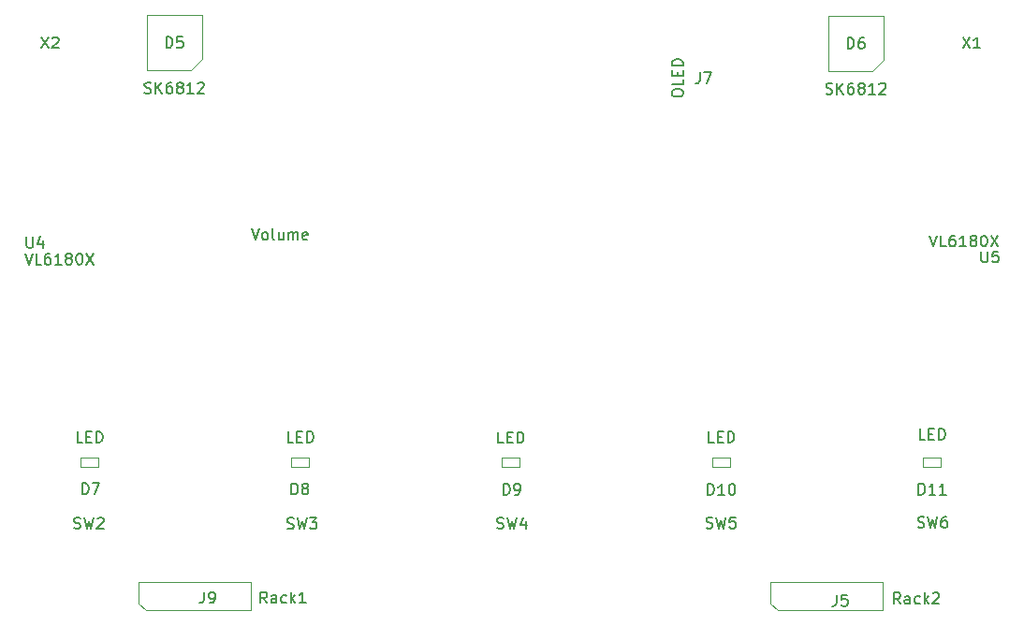
<source format=gbr>
G04 #@! TF.GenerationSoftware,KiCad,Pcbnew,(5.1.0)-1*
G04 #@! TF.CreationDate,2019-06-03T00:00:13-06:00*
G04 #@! TF.ProjectId,laser-theremin,6c617365-722d-4746-9865-72656d696e2e,rev?*
G04 #@! TF.SameCoordinates,Original*
G04 #@! TF.FileFunction,Other,Fab,Top*
%FSLAX46Y46*%
G04 Gerber Fmt 4.6, Leading zero omitted, Abs format (unit mm)*
G04 Created by KiCad (PCBNEW (5.1.0)-1) date 2019-06-03 00:00:13*
%MOMM*%
%LPD*%
G04 APERTURE LIST*
%ADD10C,0.100000*%
%ADD11C,0.150000*%
G04 APERTURE END LIST*
D10*
X118142400Y-73450000D02*
X114180000Y-73450000D01*
X114180000Y-73450000D02*
X114180000Y-68450000D01*
X119180000Y-68450000D02*
X119180000Y-72412400D01*
X114180000Y-68450000D02*
X119180000Y-68450000D01*
X119180000Y-72413040D02*
X118143040Y-73450000D01*
X180830000Y-72483040D02*
X179793040Y-73520000D01*
X175830000Y-68520000D02*
X180830000Y-68520000D01*
X180830000Y-68520000D02*
X180830000Y-72482400D01*
X175830000Y-73520000D02*
X175830000Y-68520000D01*
X179792400Y-73520000D02*
X175830000Y-73520000D01*
X109820000Y-108510000D02*
X109820000Y-109310000D01*
X108220000Y-108510000D02*
X109820000Y-108510000D01*
X108220000Y-109310000D02*
X108220000Y-108510000D01*
X109820000Y-109310000D02*
X108220000Y-109310000D01*
X128865000Y-109310000D02*
X127265000Y-109310000D01*
X127265000Y-109310000D02*
X127265000Y-108510000D01*
X127265000Y-108510000D02*
X128865000Y-108510000D01*
X128865000Y-108510000D02*
X128865000Y-109310000D01*
X147915000Y-108510000D02*
X147915000Y-109310000D01*
X146315000Y-108510000D02*
X147915000Y-108510000D01*
X146315000Y-109310000D02*
X146315000Y-108510000D01*
X147915000Y-109310000D02*
X146315000Y-109310000D01*
X166965000Y-109310000D02*
X165365000Y-109310000D01*
X165365000Y-109310000D02*
X165365000Y-108510000D01*
X165365000Y-108510000D02*
X166965000Y-108510000D01*
X166965000Y-108510000D02*
X166965000Y-109310000D01*
X186015000Y-109310000D02*
X184415000Y-109310000D01*
X184415000Y-109310000D02*
X184415000Y-108510000D01*
X184415000Y-108510000D02*
X186015000Y-108510000D01*
X186015000Y-108510000D02*
X186015000Y-109310000D01*
X170600000Y-121675000D02*
X170600000Y-119770000D01*
X170600000Y-119770000D02*
X180760000Y-119770000D01*
X180760000Y-119770000D02*
X180760000Y-122310000D01*
X180760000Y-122310000D02*
X171235000Y-122310000D01*
X171235000Y-122310000D02*
X170600000Y-121675000D01*
X114095000Y-122320000D02*
X113460000Y-121685000D01*
X123620000Y-122320000D02*
X114095000Y-122320000D01*
X123620000Y-119780000D02*
X123620000Y-122320000D01*
X113460000Y-119780000D02*
X123620000Y-119780000D01*
X113460000Y-121685000D02*
X113460000Y-119780000D01*
D11*
X123674761Y-87762380D02*
X124008095Y-88762380D01*
X124341428Y-87762380D01*
X124817619Y-88762380D02*
X124722380Y-88714761D01*
X124674761Y-88667142D01*
X124627142Y-88571904D01*
X124627142Y-88286190D01*
X124674761Y-88190952D01*
X124722380Y-88143333D01*
X124817619Y-88095714D01*
X124960476Y-88095714D01*
X125055714Y-88143333D01*
X125103333Y-88190952D01*
X125150952Y-88286190D01*
X125150952Y-88571904D01*
X125103333Y-88667142D01*
X125055714Y-88714761D01*
X124960476Y-88762380D01*
X124817619Y-88762380D01*
X125722380Y-88762380D02*
X125627142Y-88714761D01*
X125579523Y-88619523D01*
X125579523Y-87762380D01*
X126531904Y-88095714D02*
X126531904Y-88762380D01*
X126103333Y-88095714D02*
X126103333Y-88619523D01*
X126150952Y-88714761D01*
X126246190Y-88762380D01*
X126389047Y-88762380D01*
X126484285Y-88714761D01*
X126531904Y-88667142D01*
X127008095Y-88762380D02*
X127008095Y-88095714D01*
X127008095Y-88190952D02*
X127055714Y-88143333D01*
X127150952Y-88095714D01*
X127293809Y-88095714D01*
X127389047Y-88143333D01*
X127436666Y-88238571D01*
X127436666Y-88762380D01*
X127436666Y-88238571D02*
X127484285Y-88143333D01*
X127579523Y-88095714D01*
X127722380Y-88095714D01*
X127817619Y-88143333D01*
X127865238Y-88238571D01*
X127865238Y-88762380D01*
X128722380Y-88714761D02*
X128627142Y-88762380D01*
X128436666Y-88762380D01*
X128341428Y-88714761D01*
X128293809Y-88619523D01*
X128293809Y-88238571D01*
X128341428Y-88143333D01*
X128436666Y-88095714D01*
X128627142Y-88095714D01*
X128722380Y-88143333D01*
X128770000Y-88238571D01*
X128770000Y-88333809D01*
X128293809Y-88429047D01*
X107616666Y-114864761D02*
X107759523Y-114912380D01*
X107997619Y-114912380D01*
X108092857Y-114864761D01*
X108140476Y-114817142D01*
X108188095Y-114721904D01*
X108188095Y-114626666D01*
X108140476Y-114531428D01*
X108092857Y-114483809D01*
X107997619Y-114436190D01*
X107807142Y-114388571D01*
X107711904Y-114340952D01*
X107664285Y-114293333D01*
X107616666Y-114198095D01*
X107616666Y-114102857D01*
X107664285Y-114007619D01*
X107711904Y-113960000D01*
X107807142Y-113912380D01*
X108045238Y-113912380D01*
X108188095Y-113960000D01*
X108521428Y-113912380D02*
X108759523Y-114912380D01*
X108950000Y-114198095D01*
X109140476Y-114912380D01*
X109378571Y-113912380D01*
X109711904Y-114007619D02*
X109759523Y-113960000D01*
X109854761Y-113912380D01*
X110092857Y-113912380D01*
X110188095Y-113960000D01*
X110235714Y-114007619D01*
X110283333Y-114102857D01*
X110283333Y-114198095D01*
X110235714Y-114340952D01*
X109664285Y-114912380D01*
X110283333Y-114912380D01*
X126896666Y-114884761D02*
X127039523Y-114932380D01*
X127277619Y-114932380D01*
X127372857Y-114884761D01*
X127420476Y-114837142D01*
X127468095Y-114741904D01*
X127468095Y-114646666D01*
X127420476Y-114551428D01*
X127372857Y-114503809D01*
X127277619Y-114456190D01*
X127087142Y-114408571D01*
X126991904Y-114360952D01*
X126944285Y-114313333D01*
X126896666Y-114218095D01*
X126896666Y-114122857D01*
X126944285Y-114027619D01*
X126991904Y-113980000D01*
X127087142Y-113932380D01*
X127325238Y-113932380D01*
X127468095Y-113980000D01*
X127801428Y-113932380D02*
X128039523Y-114932380D01*
X128230000Y-114218095D01*
X128420476Y-114932380D01*
X128658571Y-113932380D01*
X128944285Y-113932380D02*
X129563333Y-113932380D01*
X129230000Y-114313333D01*
X129372857Y-114313333D01*
X129468095Y-114360952D01*
X129515714Y-114408571D01*
X129563333Y-114503809D01*
X129563333Y-114741904D01*
X129515714Y-114837142D01*
X129468095Y-114884761D01*
X129372857Y-114932380D01*
X129087142Y-114932380D01*
X128991904Y-114884761D01*
X128944285Y-114837142D01*
X145886666Y-114864761D02*
X146029523Y-114912380D01*
X146267619Y-114912380D01*
X146362857Y-114864761D01*
X146410476Y-114817142D01*
X146458095Y-114721904D01*
X146458095Y-114626666D01*
X146410476Y-114531428D01*
X146362857Y-114483809D01*
X146267619Y-114436190D01*
X146077142Y-114388571D01*
X145981904Y-114340952D01*
X145934285Y-114293333D01*
X145886666Y-114198095D01*
X145886666Y-114102857D01*
X145934285Y-114007619D01*
X145981904Y-113960000D01*
X146077142Y-113912380D01*
X146315238Y-113912380D01*
X146458095Y-113960000D01*
X146791428Y-113912380D02*
X147029523Y-114912380D01*
X147220000Y-114198095D01*
X147410476Y-114912380D01*
X147648571Y-113912380D01*
X148458095Y-114245714D02*
X148458095Y-114912380D01*
X148220000Y-113864761D02*
X147981904Y-114579047D01*
X148600952Y-114579047D01*
X164806666Y-114824761D02*
X164949523Y-114872380D01*
X165187619Y-114872380D01*
X165282857Y-114824761D01*
X165330476Y-114777142D01*
X165378095Y-114681904D01*
X165378095Y-114586666D01*
X165330476Y-114491428D01*
X165282857Y-114443809D01*
X165187619Y-114396190D01*
X164997142Y-114348571D01*
X164901904Y-114300952D01*
X164854285Y-114253333D01*
X164806666Y-114158095D01*
X164806666Y-114062857D01*
X164854285Y-113967619D01*
X164901904Y-113920000D01*
X164997142Y-113872380D01*
X165235238Y-113872380D01*
X165378095Y-113920000D01*
X165711428Y-113872380D02*
X165949523Y-114872380D01*
X166140000Y-114158095D01*
X166330476Y-114872380D01*
X166568571Y-113872380D01*
X167425714Y-113872380D02*
X166949523Y-113872380D01*
X166901904Y-114348571D01*
X166949523Y-114300952D01*
X167044761Y-114253333D01*
X167282857Y-114253333D01*
X167378095Y-114300952D01*
X167425714Y-114348571D01*
X167473333Y-114443809D01*
X167473333Y-114681904D01*
X167425714Y-114777142D01*
X167378095Y-114824761D01*
X167282857Y-114872380D01*
X167044761Y-114872380D01*
X166949523Y-114824761D01*
X166901904Y-114777142D01*
X183936666Y-114764761D02*
X184079523Y-114812380D01*
X184317619Y-114812380D01*
X184412857Y-114764761D01*
X184460476Y-114717142D01*
X184508095Y-114621904D01*
X184508095Y-114526666D01*
X184460476Y-114431428D01*
X184412857Y-114383809D01*
X184317619Y-114336190D01*
X184127142Y-114288571D01*
X184031904Y-114240952D01*
X183984285Y-114193333D01*
X183936666Y-114098095D01*
X183936666Y-114002857D01*
X183984285Y-113907619D01*
X184031904Y-113860000D01*
X184127142Y-113812380D01*
X184365238Y-113812380D01*
X184508095Y-113860000D01*
X184841428Y-113812380D02*
X185079523Y-114812380D01*
X185270000Y-114098095D01*
X185460476Y-114812380D01*
X185698571Y-113812380D01*
X186508095Y-113812380D02*
X186317619Y-113812380D01*
X186222380Y-113860000D01*
X186174761Y-113907619D01*
X186079523Y-114050476D01*
X186031904Y-114240952D01*
X186031904Y-114621904D01*
X186079523Y-114717142D01*
X186127142Y-114764761D01*
X186222380Y-114812380D01*
X186412857Y-114812380D01*
X186508095Y-114764761D01*
X186555714Y-114717142D01*
X186603333Y-114621904D01*
X186603333Y-114383809D01*
X186555714Y-114288571D01*
X186508095Y-114240952D01*
X186412857Y-114193333D01*
X186222380Y-114193333D01*
X186127142Y-114240952D01*
X186079523Y-114288571D01*
X186031904Y-114383809D01*
X187990476Y-70432380D02*
X188657142Y-71432380D01*
X188657142Y-70432380D02*
X187990476Y-71432380D01*
X189561904Y-71432380D02*
X188990476Y-71432380D01*
X189276190Y-71432380D02*
X189276190Y-70432380D01*
X189180952Y-70575238D01*
X189085714Y-70670476D01*
X188990476Y-70718095D01*
X104640476Y-70432380D02*
X105307142Y-71432380D01*
X105307142Y-70432380D02*
X104640476Y-71432380D01*
X105640476Y-70527619D02*
X105688095Y-70480000D01*
X105783333Y-70432380D01*
X106021428Y-70432380D01*
X106116666Y-70480000D01*
X106164285Y-70527619D01*
X106211904Y-70622857D01*
X106211904Y-70718095D01*
X106164285Y-70860952D01*
X105592857Y-71432380D01*
X106211904Y-71432380D01*
X103308095Y-88492380D02*
X103308095Y-89301904D01*
X103355714Y-89397142D01*
X103403333Y-89444761D01*
X103498571Y-89492380D01*
X103689047Y-89492380D01*
X103784285Y-89444761D01*
X103831904Y-89397142D01*
X103879523Y-89301904D01*
X103879523Y-88492380D01*
X104784285Y-88825714D02*
X104784285Y-89492380D01*
X104546190Y-88444761D02*
X104308095Y-89159047D01*
X104927142Y-89159047D01*
X103190952Y-90012380D02*
X103524285Y-91012380D01*
X103857619Y-90012380D01*
X104667142Y-91012380D02*
X104190952Y-91012380D01*
X104190952Y-90012380D01*
X105429047Y-90012380D02*
X105238571Y-90012380D01*
X105143333Y-90060000D01*
X105095714Y-90107619D01*
X105000476Y-90250476D01*
X104952857Y-90440952D01*
X104952857Y-90821904D01*
X105000476Y-90917142D01*
X105048095Y-90964761D01*
X105143333Y-91012380D01*
X105333809Y-91012380D01*
X105429047Y-90964761D01*
X105476666Y-90917142D01*
X105524285Y-90821904D01*
X105524285Y-90583809D01*
X105476666Y-90488571D01*
X105429047Y-90440952D01*
X105333809Y-90393333D01*
X105143333Y-90393333D01*
X105048095Y-90440952D01*
X105000476Y-90488571D01*
X104952857Y-90583809D01*
X106476666Y-91012380D02*
X105905238Y-91012380D01*
X106190952Y-91012380D02*
X106190952Y-90012380D01*
X106095714Y-90155238D01*
X106000476Y-90250476D01*
X105905238Y-90298095D01*
X107048095Y-90440952D02*
X106952857Y-90393333D01*
X106905238Y-90345714D01*
X106857619Y-90250476D01*
X106857619Y-90202857D01*
X106905238Y-90107619D01*
X106952857Y-90060000D01*
X107048095Y-90012380D01*
X107238571Y-90012380D01*
X107333809Y-90060000D01*
X107381428Y-90107619D01*
X107429047Y-90202857D01*
X107429047Y-90250476D01*
X107381428Y-90345714D01*
X107333809Y-90393333D01*
X107238571Y-90440952D01*
X107048095Y-90440952D01*
X106952857Y-90488571D01*
X106905238Y-90536190D01*
X106857619Y-90631428D01*
X106857619Y-90821904D01*
X106905238Y-90917142D01*
X106952857Y-90964761D01*
X107048095Y-91012380D01*
X107238571Y-91012380D01*
X107333809Y-90964761D01*
X107381428Y-90917142D01*
X107429047Y-90821904D01*
X107429047Y-90631428D01*
X107381428Y-90536190D01*
X107333809Y-90488571D01*
X107238571Y-90440952D01*
X108048095Y-90012380D02*
X108143333Y-90012380D01*
X108238571Y-90060000D01*
X108286190Y-90107619D01*
X108333809Y-90202857D01*
X108381428Y-90393333D01*
X108381428Y-90631428D01*
X108333809Y-90821904D01*
X108286190Y-90917142D01*
X108238571Y-90964761D01*
X108143333Y-91012380D01*
X108048095Y-91012380D01*
X107952857Y-90964761D01*
X107905238Y-90917142D01*
X107857619Y-90821904D01*
X107810000Y-90631428D01*
X107810000Y-90393333D01*
X107857619Y-90202857D01*
X107905238Y-90107619D01*
X107952857Y-90060000D01*
X108048095Y-90012380D01*
X108714761Y-90012380D02*
X109381428Y-91012380D01*
X109381428Y-90012380D02*
X108714761Y-91012380D01*
X189678095Y-89822380D02*
X189678095Y-90631904D01*
X189725714Y-90727142D01*
X189773333Y-90774761D01*
X189868571Y-90822380D01*
X190059047Y-90822380D01*
X190154285Y-90774761D01*
X190201904Y-90727142D01*
X190249523Y-90631904D01*
X190249523Y-89822380D01*
X191201904Y-89822380D02*
X190725714Y-89822380D01*
X190678095Y-90298571D01*
X190725714Y-90250952D01*
X190820952Y-90203333D01*
X191059047Y-90203333D01*
X191154285Y-90250952D01*
X191201904Y-90298571D01*
X191249523Y-90393809D01*
X191249523Y-90631904D01*
X191201904Y-90727142D01*
X191154285Y-90774761D01*
X191059047Y-90822380D01*
X190820952Y-90822380D01*
X190725714Y-90774761D01*
X190678095Y-90727142D01*
X185010952Y-88372380D02*
X185344285Y-89372380D01*
X185677619Y-88372380D01*
X186487142Y-89372380D02*
X186010952Y-89372380D01*
X186010952Y-88372380D01*
X187249047Y-88372380D02*
X187058571Y-88372380D01*
X186963333Y-88420000D01*
X186915714Y-88467619D01*
X186820476Y-88610476D01*
X186772857Y-88800952D01*
X186772857Y-89181904D01*
X186820476Y-89277142D01*
X186868095Y-89324761D01*
X186963333Y-89372380D01*
X187153809Y-89372380D01*
X187249047Y-89324761D01*
X187296666Y-89277142D01*
X187344285Y-89181904D01*
X187344285Y-88943809D01*
X187296666Y-88848571D01*
X187249047Y-88800952D01*
X187153809Y-88753333D01*
X186963333Y-88753333D01*
X186868095Y-88800952D01*
X186820476Y-88848571D01*
X186772857Y-88943809D01*
X188296666Y-89372380D02*
X187725238Y-89372380D01*
X188010952Y-89372380D02*
X188010952Y-88372380D01*
X187915714Y-88515238D01*
X187820476Y-88610476D01*
X187725238Y-88658095D01*
X188868095Y-88800952D02*
X188772857Y-88753333D01*
X188725238Y-88705714D01*
X188677619Y-88610476D01*
X188677619Y-88562857D01*
X188725238Y-88467619D01*
X188772857Y-88420000D01*
X188868095Y-88372380D01*
X189058571Y-88372380D01*
X189153809Y-88420000D01*
X189201428Y-88467619D01*
X189249047Y-88562857D01*
X189249047Y-88610476D01*
X189201428Y-88705714D01*
X189153809Y-88753333D01*
X189058571Y-88800952D01*
X188868095Y-88800952D01*
X188772857Y-88848571D01*
X188725238Y-88896190D01*
X188677619Y-88991428D01*
X188677619Y-89181904D01*
X188725238Y-89277142D01*
X188772857Y-89324761D01*
X188868095Y-89372380D01*
X189058571Y-89372380D01*
X189153809Y-89324761D01*
X189201428Y-89277142D01*
X189249047Y-89181904D01*
X189249047Y-88991428D01*
X189201428Y-88896190D01*
X189153809Y-88848571D01*
X189058571Y-88800952D01*
X189868095Y-88372380D02*
X189963333Y-88372380D01*
X190058571Y-88420000D01*
X190106190Y-88467619D01*
X190153809Y-88562857D01*
X190201428Y-88753333D01*
X190201428Y-88991428D01*
X190153809Y-89181904D01*
X190106190Y-89277142D01*
X190058571Y-89324761D01*
X189963333Y-89372380D01*
X189868095Y-89372380D01*
X189772857Y-89324761D01*
X189725238Y-89277142D01*
X189677619Y-89181904D01*
X189630000Y-88991428D01*
X189630000Y-88753333D01*
X189677619Y-88562857D01*
X189725238Y-88467619D01*
X189772857Y-88420000D01*
X189868095Y-88372380D01*
X190534761Y-88372380D02*
X191201428Y-89372380D01*
X191201428Y-88372380D02*
X190534761Y-89372380D01*
X113989523Y-75479761D02*
X114132380Y-75527380D01*
X114370476Y-75527380D01*
X114465714Y-75479761D01*
X114513333Y-75432142D01*
X114560952Y-75336904D01*
X114560952Y-75241666D01*
X114513333Y-75146428D01*
X114465714Y-75098809D01*
X114370476Y-75051190D01*
X114180000Y-75003571D01*
X114084761Y-74955952D01*
X114037142Y-74908333D01*
X113989523Y-74813095D01*
X113989523Y-74717857D01*
X114037142Y-74622619D01*
X114084761Y-74575000D01*
X114180000Y-74527380D01*
X114418095Y-74527380D01*
X114560952Y-74575000D01*
X114989523Y-75527380D02*
X114989523Y-74527380D01*
X115560952Y-75527380D02*
X115132380Y-74955952D01*
X115560952Y-74527380D02*
X114989523Y-75098809D01*
X116418095Y-74527380D02*
X116227619Y-74527380D01*
X116132380Y-74575000D01*
X116084761Y-74622619D01*
X115989523Y-74765476D01*
X115941904Y-74955952D01*
X115941904Y-75336904D01*
X115989523Y-75432142D01*
X116037142Y-75479761D01*
X116132380Y-75527380D01*
X116322857Y-75527380D01*
X116418095Y-75479761D01*
X116465714Y-75432142D01*
X116513333Y-75336904D01*
X116513333Y-75098809D01*
X116465714Y-75003571D01*
X116418095Y-74955952D01*
X116322857Y-74908333D01*
X116132380Y-74908333D01*
X116037142Y-74955952D01*
X115989523Y-75003571D01*
X115941904Y-75098809D01*
X117084761Y-74955952D02*
X116989523Y-74908333D01*
X116941904Y-74860714D01*
X116894285Y-74765476D01*
X116894285Y-74717857D01*
X116941904Y-74622619D01*
X116989523Y-74575000D01*
X117084761Y-74527380D01*
X117275238Y-74527380D01*
X117370476Y-74575000D01*
X117418095Y-74622619D01*
X117465714Y-74717857D01*
X117465714Y-74765476D01*
X117418095Y-74860714D01*
X117370476Y-74908333D01*
X117275238Y-74955952D01*
X117084761Y-74955952D01*
X116989523Y-75003571D01*
X116941904Y-75051190D01*
X116894285Y-75146428D01*
X116894285Y-75336904D01*
X116941904Y-75432142D01*
X116989523Y-75479761D01*
X117084761Y-75527380D01*
X117275238Y-75527380D01*
X117370476Y-75479761D01*
X117418095Y-75432142D01*
X117465714Y-75336904D01*
X117465714Y-75146428D01*
X117418095Y-75051190D01*
X117370476Y-75003571D01*
X117275238Y-74955952D01*
X118418095Y-75527380D02*
X117846666Y-75527380D01*
X118132380Y-75527380D02*
X118132380Y-74527380D01*
X118037142Y-74670238D01*
X117941904Y-74765476D01*
X117846666Y-74813095D01*
X118799047Y-74622619D02*
X118846666Y-74575000D01*
X118941904Y-74527380D01*
X119180000Y-74527380D01*
X119275238Y-74575000D01*
X119322857Y-74622619D01*
X119370476Y-74717857D01*
X119370476Y-74813095D01*
X119322857Y-74955952D01*
X118751428Y-75527380D01*
X119370476Y-75527380D01*
X115941904Y-71402380D02*
X115941904Y-70402380D01*
X116180000Y-70402380D01*
X116322857Y-70450000D01*
X116418095Y-70545238D01*
X116465714Y-70640476D01*
X116513333Y-70830952D01*
X116513333Y-70973809D01*
X116465714Y-71164285D01*
X116418095Y-71259523D01*
X116322857Y-71354761D01*
X116180000Y-71402380D01*
X115941904Y-71402380D01*
X117418095Y-70402380D02*
X116941904Y-70402380D01*
X116894285Y-70878571D01*
X116941904Y-70830952D01*
X117037142Y-70783333D01*
X117275238Y-70783333D01*
X117370476Y-70830952D01*
X117418095Y-70878571D01*
X117465714Y-70973809D01*
X117465714Y-71211904D01*
X117418095Y-71307142D01*
X117370476Y-71354761D01*
X117275238Y-71402380D01*
X117037142Y-71402380D01*
X116941904Y-71354761D01*
X116894285Y-71307142D01*
X175639523Y-75549761D02*
X175782380Y-75597380D01*
X176020476Y-75597380D01*
X176115714Y-75549761D01*
X176163333Y-75502142D01*
X176210952Y-75406904D01*
X176210952Y-75311666D01*
X176163333Y-75216428D01*
X176115714Y-75168809D01*
X176020476Y-75121190D01*
X175830000Y-75073571D01*
X175734761Y-75025952D01*
X175687142Y-74978333D01*
X175639523Y-74883095D01*
X175639523Y-74787857D01*
X175687142Y-74692619D01*
X175734761Y-74645000D01*
X175830000Y-74597380D01*
X176068095Y-74597380D01*
X176210952Y-74645000D01*
X176639523Y-75597380D02*
X176639523Y-74597380D01*
X177210952Y-75597380D02*
X176782380Y-75025952D01*
X177210952Y-74597380D02*
X176639523Y-75168809D01*
X178068095Y-74597380D02*
X177877619Y-74597380D01*
X177782380Y-74645000D01*
X177734761Y-74692619D01*
X177639523Y-74835476D01*
X177591904Y-75025952D01*
X177591904Y-75406904D01*
X177639523Y-75502142D01*
X177687142Y-75549761D01*
X177782380Y-75597380D01*
X177972857Y-75597380D01*
X178068095Y-75549761D01*
X178115714Y-75502142D01*
X178163333Y-75406904D01*
X178163333Y-75168809D01*
X178115714Y-75073571D01*
X178068095Y-75025952D01*
X177972857Y-74978333D01*
X177782380Y-74978333D01*
X177687142Y-75025952D01*
X177639523Y-75073571D01*
X177591904Y-75168809D01*
X178734761Y-75025952D02*
X178639523Y-74978333D01*
X178591904Y-74930714D01*
X178544285Y-74835476D01*
X178544285Y-74787857D01*
X178591904Y-74692619D01*
X178639523Y-74645000D01*
X178734761Y-74597380D01*
X178925238Y-74597380D01*
X179020476Y-74645000D01*
X179068095Y-74692619D01*
X179115714Y-74787857D01*
X179115714Y-74835476D01*
X179068095Y-74930714D01*
X179020476Y-74978333D01*
X178925238Y-75025952D01*
X178734761Y-75025952D01*
X178639523Y-75073571D01*
X178591904Y-75121190D01*
X178544285Y-75216428D01*
X178544285Y-75406904D01*
X178591904Y-75502142D01*
X178639523Y-75549761D01*
X178734761Y-75597380D01*
X178925238Y-75597380D01*
X179020476Y-75549761D01*
X179068095Y-75502142D01*
X179115714Y-75406904D01*
X179115714Y-75216428D01*
X179068095Y-75121190D01*
X179020476Y-75073571D01*
X178925238Y-75025952D01*
X180068095Y-75597380D02*
X179496666Y-75597380D01*
X179782380Y-75597380D02*
X179782380Y-74597380D01*
X179687142Y-74740238D01*
X179591904Y-74835476D01*
X179496666Y-74883095D01*
X180449047Y-74692619D02*
X180496666Y-74645000D01*
X180591904Y-74597380D01*
X180830000Y-74597380D01*
X180925238Y-74645000D01*
X180972857Y-74692619D01*
X181020476Y-74787857D01*
X181020476Y-74883095D01*
X180972857Y-75025952D01*
X180401428Y-75597380D01*
X181020476Y-75597380D01*
X177591904Y-71472380D02*
X177591904Y-70472380D01*
X177830000Y-70472380D01*
X177972857Y-70520000D01*
X178068095Y-70615238D01*
X178115714Y-70710476D01*
X178163333Y-70900952D01*
X178163333Y-71043809D01*
X178115714Y-71234285D01*
X178068095Y-71329523D01*
X177972857Y-71424761D01*
X177830000Y-71472380D01*
X177591904Y-71472380D01*
X179020476Y-70472380D02*
X178830000Y-70472380D01*
X178734761Y-70520000D01*
X178687142Y-70567619D01*
X178591904Y-70710476D01*
X178544285Y-70900952D01*
X178544285Y-71281904D01*
X178591904Y-71377142D01*
X178639523Y-71424761D01*
X178734761Y-71472380D01*
X178925238Y-71472380D01*
X179020476Y-71424761D01*
X179068095Y-71377142D01*
X179115714Y-71281904D01*
X179115714Y-71043809D01*
X179068095Y-70948571D01*
X179020476Y-70900952D01*
X178925238Y-70853333D01*
X178734761Y-70853333D01*
X178639523Y-70900952D01*
X178591904Y-70948571D01*
X178544285Y-71043809D01*
X108387142Y-107112380D02*
X107910952Y-107112380D01*
X107910952Y-106112380D01*
X108720476Y-106588571D02*
X109053809Y-106588571D01*
X109196666Y-107112380D02*
X108720476Y-107112380D01*
X108720476Y-106112380D01*
X109196666Y-106112380D01*
X109625238Y-107112380D02*
X109625238Y-106112380D01*
X109863333Y-106112380D01*
X110006190Y-106160000D01*
X110101428Y-106255238D01*
X110149047Y-106350476D01*
X110196666Y-106540952D01*
X110196666Y-106683809D01*
X110149047Y-106874285D01*
X110101428Y-106969523D01*
X110006190Y-107064761D01*
X109863333Y-107112380D01*
X109625238Y-107112380D01*
X108351904Y-111792380D02*
X108351904Y-110792380D01*
X108590000Y-110792380D01*
X108732857Y-110840000D01*
X108828095Y-110935238D01*
X108875714Y-111030476D01*
X108923333Y-111220952D01*
X108923333Y-111363809D01*
X108875714Y-111554285D01*
X108828095Y-111649523D01*
X108732857Y-111744761D01*
X108590000Y-111792380D01*
X108351904Y-111792380D01*
X109256666Y-110792380D02*
X109923333Y-110792380D01*
X109494761Y-111792380D01*
X127447142Y-107102380D02*
X126970952Y-107102380D01*
X126970952Y-106102380D01*
X127780476Y-106578571D02*
X128113809Y-106578571D01*
X128256666Y-107102380D02*
X127780476Y-107102380D01*
X127780476Y-106102380D01*
X128256666Y-106102380D01*
X128685238Y-107102380D02*
X128685238Y-106102380D01*
X128923333Y-106102380D01*
X129066190Y-106150000D01*
X129161428Y-106245238D01*
X129209047Y-106340476D01*
X129256666Y-106530952D01*
X129256666Y-106673809D01*
X129209047Y-106864285D01*
X129161428Y-106959523D01*
X129066190Y-107054761D01*
X128923333Y-107102380D01*
X128685238Y-107102380D01*
X127271904Y-111812380D02*
X127271904Y-110812380D01*
X127510000Y-110812380D01*
X127652857Y-110860000D01*
X127748095Y-110955238D01*
X127795714Y-111050476D01*
X127843333Y-111240952D01*
X127843333Y-111383809D01*
X127795714Y-111574285D01*
X127748095Y-111669523D01*
X127652857Y-111764761D01*
X127510000Y-111812380D01*
X127271904Y-111812380D01*
X128414761Y-111240952D02*
X128319523Y-111193333D01*
X128271904Y-111145714D01*
X128224285Y-111050476D01*
X128224285Y-111002857D01*
X128271904Y-110907619D01*
X128319523Y-110860000D01*
X128414761Y-110812380D01*
X128605238Y-110812380D01*
X128700476Y-110860000D01*
X128748095Y-110907619D01*
X128795714Y-111002857D01*
X128795714Y-111050476D01*
X128748095Y-111145714D01*
X128700476Y-111193333D01*
X128605238Y-111240952D01*
X128414761Y-111240952D01*
X128319523Y-111288571D01*
X128271904Y-111336190D01*
X128224285Y-111431428D01*
X128224285Y-111621904D01*
X128271904Y-111717142D01*
X128319523Y-111764761D01*
X128414761Y-111812380D01*
X128605238Y-111812380D01*
X128700476Y-111764761D01*
X128748095Y-111717142D01*
X128795714Y-111621904D01*
X128795714Y-111431428D01*
X128748095Y-111336190D01*
X128700476Y-111288571D01*
X128605238Y-111240952D01*
X146467142Y-107162380D02*
X145990952Y-107162380D01*
X145990952Y-106162380D01*
X146800476Y-106638571D02*
X147133809Y-106638571D01*
X147276666Y-107162380D02*
X146800476Y-107162380D01*
X146800476Y-106162380D01*
X147276666Y-106162380D01*
X147705238Y-107162380D02*
X147705238Y-106162380D01*
X147943333Y-106162380D01*
X148086190Y-106210000D01*
X148181428Y-106305238D01*
X148229047Y-106400476D01*
X148276666Y-106590952D01*
X148276666Y-106733809D01*
X148229047Y-106924285D01*
X148181428Y-107019523D01*
X148086190Y-107114761D01*
X147943333Y-107162380D01*
X147705238Y-107162380D01*
X146451904Y-111842380D02*
X146451904Y-110842380D01*
X146690000Y-110842380D01*
X146832857Y-110890000D01*
X146928095Y-110985238D01*
X146975714Y-111080476D01*
X147023333Y-111270952D01*
X147023333Y-111413809D01*
X146975714Y-111604285D01*
X146928095Y-111699523D01*
X146832857Y-111794761D01*
X146690000Y-111842380D01*
X146451904Y-111842380D01*
X147499523Y-111842380D02*
X147690000Y-111842380D01*
X147785238Y-111794761D01*
X147832857Y-111747142D01*
X147928095Y-111604285D01*
X147975714Y-111413809D01*
X147975714Y-111032857D01*
X147928095Y-110937619D01*
X147880476Y-110890000D01*
X147785238Y-110842380D01*
X147594761Y-110842380D01*
X147499523Y-110890000D01*
X147451904Y-110937619D01*
X147404285Y-111032857D01*
X147404285Y-111270952D01*
X147451904Y-111366190D01*
X147499523Y-111413809D01*
X147594761Y-111461428D01*
X147785238Y-111461428D01*
X147880476Y-111413809D01*
X147928095Y-111366190D01*
X147975714Y-111270952D01*
X165507142Y-107102380D02*
X165030952Y-107102380D01*
X165030952Y-106102380D01*
X165840476Y-106578571D02*
X166173809Y-106578571D01*
X166316666Y-107102380D02*
X165840476Y-107102380D01*
X165840476Y-106102380D01*
X166316666Y-106102380D01*
X166745238Y-107102380D02*
X166745238Y-106102380D01*
X166983333Y-106102380D01*
X167126190Y-106150000D01*
X167221428Y-106245238D01*
X167269047Y-106340476D01*
X167316666Y-106530952D01*
X167316666Y-106673809D01*
X167269047Y-106864285D01*
X167221428Y-106959523D01*
X167126190Y-107054761D01*
X166983333Y-107102380D01*
X166745238Y-107102380D01*
X164925714Y-111862380D02*
X164925714Y-110862380D01*
X165163809Y-110862380D01*
X165306666Y-110910000D01*
X165401904Y-111005238D01*
X165449523Y-111100476D01*
X165497142Y-111290952D01*
X165497142Y-111433809D01*
X165449523Y-111624285D01*
X165401904Y-111719523D01*
X165306666Y-111814761D01*
X165163809Y-111862380D01*
X164925714Y-111862380D01*
X166449523Y-111862380D02*
X165878095Y-111862380D01*
X166163809Y-111862380D02*
X166163809Y-110862380D01*
X166068571Y-111005238D01*
X165973333Y-111100476D01*
X165878095Y-111148095D01*
X167068571Y-110862380D02*
X167163809Y-110862380D01*
X167259047Y-110910000D01*
X167306666Y-110957619D01*
X167354285Y-111052857D01*
X167401904Y-111243333D01*
X167401904Y-111481428D01*
X167354285Y-111671904D01*
X167306666Y-111767142D01*
X167259047Y-111814761D01*
X167163809Y-111862380D01*
X167068571Y-111862380D01*
X166973333Y-111814761D01*
X166925714Y-111767142D01*
X166878095Y-111671904D01*
X166830476Y-111481428D01*
X166830476Y-111243333D01*
X166878095Y-111052857D01*
X166925714Y-110957619D01*
X166973333Y-110910000D01*
X167068571Y-110862380D01*
X184597142Y-106862380D02*
X184120952Y-106862380D01*
X184120952Y-105862380D01*
X184930476Y-106338571D02*
X185263809Y-106338571D01*
X185406666Y-106862380D02*
X184930476Y-106862380D01*
X184930476Y-105862380D01*
X185406666Y-105862380D01*
X185835238Y-106862380D02*
X185835238Y-105862380D01*
X186073333Y-105862380D01*
X186216190Y-105910000D01*
X186311428Y-106005238D01*
X186359047Y-106100476D01*
X186406666Y-106290952D01*
X186406666Y-106433809D01*
X186359047Y-106624285D01*
X186311428Y-106719523D01*
X186216190Y-106814761D01*
X186073333Y-106862380D01*
X185835238Y-106862380D01*
X184000714Y-111832380D02*
X184000714Y-110832380D01*
X184238809Y-110832380D01*
X184381666Y-110880000D01*
X184476904Y-110975238D01*
X184524523Y-111070476D01*
X184572142Y-111260952D01*
X184572142Y-111403809D01*
X184524523Y-111594285D01*
X184476904Y-111689523D01*
X184381666Y-111784761D01*
X184238809Y-111832380D01*
X184000714Y-111832380D01*
X185524523Y-111832380D02*
X184953095Y-111832380D01*
X185238809Y-111832380D02*
X185238809Y-110832380D01*
X185143571Y-110975238D01*
X185048333Y-111070476D01*
X184953095Y-111118095D01*
X186476904Y-111832380D02*
X185905476Y-111832380D01*
X186191190Y-111832380D02*
X186191190Y-110832380D01*
X186095952Y-110975238D01*
X186000714Y-111070476D01*
X185905476Y-111118095D01*
X161692380Y-75582380D02*
X161692380Y-75391904D01*
X161740000Y-75296666D01*
X161835238Y-75201428D01*
X162025714Y-75153809D01*
X162359047Y-75153809D01*
X162549523Y-75201428D01*
X162644761Y-75296666D01*
X162692380Y-75391904D01*
X162692380Y-75582380D01*
X162644761Y-75677619D01*
X162549523Y-75772857D01*
X162359047Y-75820476D01*
X162025714Y-75820476D01*
X161835238Y-75772857D01*
X161740000Y-75677619D01*
X161692380Y-75582380D01*
X162692380Y-74249047D02*
X162692380Y-74725238D01*
X161692380Y-74725238D01*
X162168571Y-73915714D02*
X162168571Y-73582380D01*
X162692380Y-73439523D02*
X162692380Y-73915714D01*
X161692380Y-73915714D01*
X161692380Y-73439523D01*
X162692380Y-73010952D02*
X161692380Y-73010952D01*
X161692380Y-72772857D01*
X161740000Y-72630000D01*
X161835238Y-72534761D01*
X161930476Y-72487142D01*
X162120952Y-72439523D01*
X162263809Y-72439523D01*
X162454285Y-72487142D01*
X162549523Y-72534761D01*
X162644761Y-72630000D01*
X162692380Y-72772857D01*
X162692380Y-73010952D01*
X164206666Y-73622380D02*
X164206666Y-74336666D01*
X164159047Y-74479523D01*
X164063809Y-74574761D01*
X163920952Y-74622380D01*
X163825714Y-74622380D01*
X164587619Y-73622380D02*
X165254285Y-73622380D01*
X164825714Y-74622380D01*
X182347619Y-121702380D02*
X182014285Y-121226190D01*
X181776190Y-121702380D02*
X181776190Y-120702380D01*
X182157142Y-120702380D01*
X182252380Y-120750000D01*
X182300000Y-120797619D01*
X182347619Y-120892857D01*
X182347619Y-121035714D01*
X182300000Y-121130952D01*
X182252380Y-121178571D01*
X182157142Y-121226190D01*
X181776190Y-121226190D01*
X183204761Y-121702380D02*
X183204761Y-121178571D01*
X183157142Y-121083333D01*
X183061904Y-121035714D01*
X182871428Y-121035714D01*
X182776190Y-121083333D01*
X183204761Y-121654761D02*
X183109523Y-121702380D01*
X182871428Y-121702380D01*
X182776190Y-121654761D01*
X182728571Y-121559523D01*
X182728571Y-121464285D01*
X182776190Y-121369047D01*
X182871428Y-121321428D01*
X183109523Y-121321428D01*
X183204761Y-121273809D01*
X184109523Y-121654761D02*
X184014285Y-121702380D01*
X183823809Y-121702380D01*
X183728571Y-121654761D01*
X183680952Y-121607142D01*
X183633333Y-121511904D01*
X183633333Y-121226190D01*
X183680952Y-121130952D01*
X183728571Y-121083333D01*
X183823809Y-121035714D01*
X184014285Y-121035714D01*
X184109523Y-121083333D01*
X184538095Y-121702380D02*
X184538095Y-120702380D01*
X184633333Y-121321428D02*
X184919047Y-121702380D01*
X184919047Y-121035714D02*
X184538095Y-121416666D01*
X185300000Y-120797619D02*
X185347619Y-120750000D01*
X185442857Y-120702380D01*
X185680952Y-120702380D01*
X185776190Y-120750000D01*
X185823809Y-120797619D01*
X185871428Y-120892857D01*
X185871428Y-120988095D01*
X185823809Y-121130952D01*
X185252380Y-121702380D01*
X185871428Y-121702380D01*
X176586666Y-120902380D02*
X176586666Y-121616666D01*
X176539047Y-121759523D01*
X176443809Y-121854761D01*
X176300952Y-121902380D01*
X176205714Y-121902380D01*
X177539047Y-120902380D02*
X177062857Y-120902380D01*
X177015238Y-121378571D01*
X177062857Y-121330952D01*
X177158095Y-121283333D01*
X177396190Y-121283333D01*
X177491428Y-121330952D01*
X177539047Y-121378571D01*
X177586666Y-121473809D01*
X177586666Y-121711904D01*
X177539047Y-121807142D01*
X177491428Y-121854761D01*
X177396190Y-121902380D01*
X177158095Y-121902380D01*
X177062857Y-121854761D01*
X177015238Y-121807142D01*
X125047619Y-121632380D02*
X124714285Y-121156190D01*
X124476190Y-121632380D02*
X124476190Y-120632380D01*
X124857142Y-120632380D01*
X124952380Y-120680000D01*
X125000000Y-120727619D01*
X125047619Y-120822857D01*
X125047619Y-120965714D01*
X125000000Y-121060952D01*
X124952380Y-121108571D01*
X124857142Y-121156190D01*
X124476190Y-121156190D01*
X125904761Y-121632380D02*
X125904761Y-121108571D01*
X125857142Y-121013333D01*
X125761904Y-120965714D01*
X125571428Y-120965714D01*
X125476190Y-121013333D01*
X125904761Y-121584761D02*
X125809523Y-121632380D01*
X125571428Y-121632380D01*
X125476190Y-121584761D01*
X125428571Y-121489523D01*
X125428571Y-121394285D01*
X125476190Y-121299047D01*
X125571428Y-121251428D01*
X125809523Y-121251428D01*
X125904761Y-121203809D01*
X126809523Y-121584761D02*
X126714285Y-121632380D01*
X126523809Y-121632380D01*
X126428571Y-121584761D01*
X126380952Y-121537142D01*
X126333333Y-121441904D01*
X126333333Y-121156190D01*
X126380952Y-121060952D01*
X126428571Y-121013333D01*
X126523809Y-120965714D01*
X126714285Y-120965714D01*
X126809523Y-121013333D01*
X127238095Y-121632380D02*
X127238095Y-120632380D01*
X127333333Y-121251428D02*
X127619047Y-121632380D01*
X127619047Y-120965714D02*
X127238095Y-121346666D01*
X128571428Y-121632380D02*
X128000000Y-121632380D01*
X128285714Y-121632380D02*
X128285714Y-120632380D01*
X128190476Y-120775238D01*
X128095238Y-120870476D01*
X128000000Y-120918095D01*
X119366666Y-120632380D02*
X119366666Y-121346666D01*
X119319047Y-121489523D01*
X119223809Y-121584761D01*
X119080952Y-121632380D01*
X118985714Y-121632380D01*
X119890476Y-121632380D02*
X120080952Y-121632380D01*
X120176190Y-121584761D01*
X120223809Y-121537142D01*
X120319047Y-121394285D01*
X120366666Y-121203809D01*
X120366666Y-120822857D01*
X120319047Y-120727619D01*
X120271428Y-120680000D01*
X120176190Y-120632380D01*
X119985714Y-120632380D01*
X119890476Y-120680000D01*
X119842857Y-120727619D01*
X119795238Y-120822857D01*
X119795238Y-121060952D01*
X119842857Y-121156190D01*
X119890476Y-121203809D01*
X119985714Y-121251428D01*
X120176190Y-121251428D01*
X120271428Y-121203809D01*
X120319047Y-121156190D01*
X120366666Y-121060952D01*
M02*

</source>
